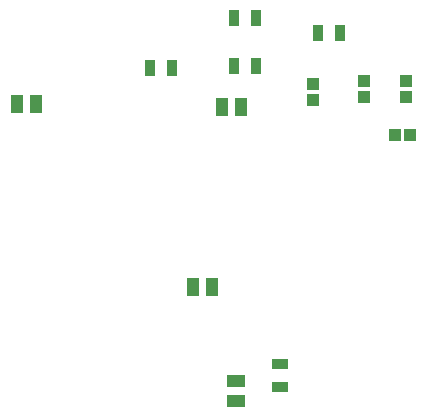
<source format=gbp>
G04 Layer_Color=128*
%FSTAX24Y24*%
%MOIN*%
G70*
G01*
G75*
%ADD12R,0.0394X0.0433*%
%ADD18R,0.0374X0.0551*%
%ADD20R,0.0433X0.0618*%
%ADD21R,0.0618X0.0433*%
%ADD24R,0.0551X0.0374*%
%ADD56R,0.0433X0.0394*%
D12*
X0486Y035738D02*
D03*
Y03625D02*
D03*
X0503Y035838D02*
D03*
Y03635D02*
D03*
X0517Y035838D02*
D03*
Y03635D02*
D03*
D18*
X043924Y0368D02*
D03*
X043176D02*
D03*
X046724Y03685D02*
D03*
X045976D02*
D03*
Y03845D02*
D03*
X046724D02*
D03*
X049524Y03795D02*
D03*
X048776D02*
D03*
D20*
X04525Y0295D02*
D03*
X044612D02*
D03*
X046219Y0355D02*
D03*
X045581D02*
D03*
X039369Y0356D02*
D03*
X038731D02*
D03*
D21*
X04605Y025712D02*
D03*
Y02635D02*
D03*
D24*
X0475Y026176D02*
D03*
Y026924D02*
D03*
D56*
X051344Y03455D02*
D03*
X051856D02*
D03*
M02*

</source>
